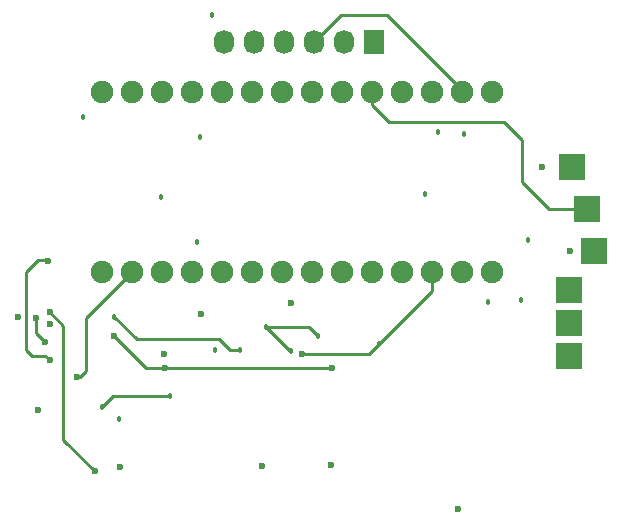
<source format=gbr>
G04 #@! TF.FileFunction,Copper,L4,Bot,Signal*
%FSLAX46Y46*%
G04 Gerber Fmt 4.6, Leading zero omitted, Abs format (unit mm)*
G04 Created by KiCad (PCBNEW 4.0.2-stable) date 7/7/2016 4:53:19 PM*
%MOMM*%
G01*
G04 APERTURE LIST*
%ADD10C,0.100000*%
%ADD11C,1.900000*%
%ADD12R,2.235200X2.235200*%
%ADD13R,1.727200X2.032000*%
%ADD14O,1.727200X2.032000*%
%ADD15C,0.457200*%
%ADD16C,0.600000*%
%ADD17C,0.250000*%
%ADD18C,0.254000*%
G04 APERTURE END LIST*
D10*
D11*
X162560000Y-76200000D03*
X160020000Y-76200000D03*
X157480000Y-76200000D03*
X154940000Y-76200000D03*
X152400000Y-76200000D03*
X149860000Y-76200000D03*
X147320000Y-76200000D03*
X144780000Y-76200000D03*
X142240000Y-76200000D03*
X139700000Y-76200000D03*
X137160000Y-76200000D03*
X134620000Y-76200000D03*
X132080000Y-76200000D03*
X132080000Y-91440000D03*
X134620000Y-91440000D03*
X137160000Y-91440000D03*
X139700000Y-91440000D03*
X142240000Y-91440000D03*
X144780000Y-91440000D03*
X147320000Y-91440000D03*
X149860000Y-91440000D03*
X152400000Y-91440000D03*
X154940000Y-91440000D03*
X157480000Y-91440000D03*
X160020000Y-91440000D03*
X162560000Y-91440000D03*
X165100000Y-91440000D03*
X165100000Y-76200000D03*
D12*
X171831000Y-82550000D03*
X173101000Y-86106000D03*
X173736000Y-89662000D03*
X171577000Y-95758000D03*
D13*
X155067000Y-72009000D03*
D14*
X152527000Y-72009000D03*
X149987000Y-72009000D03*
X147447000Y-72009000D03*
X144907000Y-72009000D03*
X142367000Y-72009000D03*
D12*
X171577000Y-98552000D03*
X171577000Y-92964000D03*
D15*
X133477000Y-103886000D03*
X167513000Y-93853000D03*
X130429000Y-78359000D03*
X141605000Y-98044000D03*
X162687000Y-79756000D03*
X141351000Y-69723000D03*
X137033000Y-85090000D03*
D16*
X124968000Y-95250000D03*
X169291000Y-82550000D03*
X140462000Y-94996000D03*
D15*
X164719000Y-93980000D03*
X160528000Y-79629000D03*
X140081000Y-88900000D03*
X168148000Y-88773000D03*
X159385000Y-84836000D03*
X140335000Y-80010000D03*
D16*
X145605500Y-107886500D03*
X162179000Y-111506000D03*
X148082000Y-94107000D03*
X151447500Y-107759500D03*
X171704000Y-89662000D03*
X137287000Y-98425000D03*
X133604000Y-107950000D03*
X126619000Y-103124000D03*
X127635000Y-95885000D03*
X129921000Y-100330000D03*
X131445000Y-108331000D03*
X127635000Y-94869000D03*
D15*
X137795000Y-101981000D03*
X132080000Y-102870000D03*
X143764000Y-98044000D03*
X133096000Y-95250000D03*
D16*
X151511000Y-99568000D03*
X137414000Y-99568000D03*
X133096000Y-96901000D03*
X126492000Y-95377000D03*
X127254000Y-97409000D03*
X148971000Y-98425000D03*
D15*
X155532000Y-97536000D03*
D16*
X127508000Y-90551000D03*
X127635000Y-98933000D03*
D15*
X150368000Y-96901000D03*
X148082000Y-98171000D03*
X145923000Y-96139000D03*
D17*
X140462000Y-94996000D02*
X140335000Y-94996000D01*
X130683000Y-95377000D02*
X134620000Y-91440000D01*
X130683000Y-99822000D02*
X130683000Y-95377000D01*
X130175000Y-100330000D02*
X130683000Y-99822000D01*
X129921000Y-100330000D02*
X130175000Y-100330000D01*
X128778000Y-105664000D02*
X131445000Y-108331000D01*
X128778000Y-96012000D02*
X128778000Y-105664000D01*
X127635000Y-94869000D02*
X128778000Y-96012000D01*
D18*
X132969000Y-101981000D02*
X137795000Y-101981000D01*
X132080000Y-102870000D02*
X132969000Y-101981000D01*
X143764000Y-98044000D02*
X142875000Y-98044000D01*
X142875000Y-98044000D02*
X141986000Y-97155000D01*
X135001000Y-97155000D02*
X141986000Y-97155000D01*
X133096000Y-95250000D02*
X135001000Y-97155000D01*
D17*
X137414000Y-99568000D02*
X151511000Y-99568000D01*
X135763000Y-99568000D02*
X137414000Y-99568000D01*
X133096000Y-96901000D02*
X135763000Y-99568000D01*
X126492000Y-96647000D02*
X126492000Y-95377000D01*
X127254000Y-97409000D02*
X126492000Y-96647000D01*
D18*
X148971000Y-98425000D02*
X154643000Y-98425000D01*
X154643000Y-98425000D02*
X155532000Y-97536000D01*
X160020000Y-91440000D02*
X160020000Y-93048000D01*
X160020000Y-93048000D02*
X155532000Y-97536000D01*
D17*
X160020000Y-93091000D02*
X160020000Y-91440000D01*
X159004000Y-94107000D02*
X160020000Y-93091000D01*
D18*
X154940000Y-76200000D02*
X154940000Y-77343000D01*
X169926000Y-86106000D02*
X173101000Y-86106000D01*
X167640000Y-83820000D02*
X169926000Y-86106000D01*
X167640000Y-80264000D02*
X167640000Y-83820000D01*
X166116000Y-78740000D02*
X167640000Y-80264000D01*
X156337000Y-78740000D02*
X166116000Y-78740000D01*
X154940000Y-77343000D02*
X156337000Y-78740000D01*
D17*
X127508000Y-90424000D02*
X127508000Y-90551000D01*
X126619000Y-90424000D02*
X127508000Y-90424000D01*
X125603000Y-91440000D02*
X126619000Y-90424000D01*
X125603000Y-93599000D02*
X125603000Y-91440000D01*
X125603000Y-96393000D02*
X125603000Y-93599000D01*
X125603000Y-96393000D02*
X125603000Y-96393000D01*
X125603000Y-98044000D02*
X125603000Y-96393000D01*
X126111000Y-98552000D02*
X125603000Y-98044000D01*
X127254000Y-98552000D02*
X126111000Y-98552000D01*
X127635000Y-98933000D02*
X127254000Y-98552000D01*
D18*
X162560000Y-76200000D02*
X162560000Y-76073000D01*
X162560000Y-76073000D02*
X156210000Y-69723000D01*
X156210000Y-69723000D02*
X152273000Y-69723000D01*
X152273000Y-69723000D02*
X149987000Y-72009000D01*
X149606000Y-96139000D02*
X145923000Y-96139000D01*
X150368000Y-96901000D02*
X149606000Y-96139000D01*
X147955000Y-98171000D02*
X148082000Y-98171000D01*
X145923000Y-96139000D02*
X147955000Y-98171000D01*
D17*
X134620000Y-76200000D02*
X134620000Y-76962000D01*
X132080000Y-76200000D02*
X132080000Y-76327000D01*
M02*

</source>
